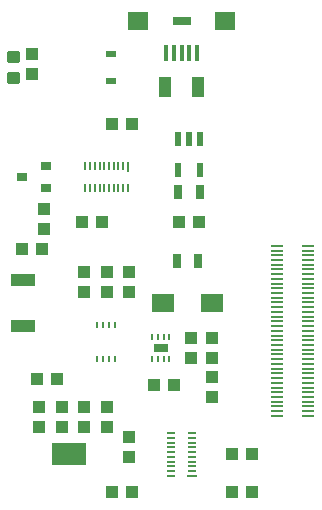
<source format=gbr>
G04 EAGLE Gerber RS-274X export*
G75*
%MOMM*%
%FSLAX34Y34*%
%LPD*%
%INSolderpaste Top*%
%IPPOS*%
%AMOC8*
5,1,8,0,0,1.08239X$1,22.5*%
G01*
%ADD10R,1.140000X0.200000*%
%ADD11R,1.000000X1.100000*%
%ADD12R,0.250000X0.601600*%
%ADD13R,1.000000X1.800000*%
%ADD14R,0.400000X1.400000*%
%ADD15R,1.800000X1.500000*%
%ADD16R,1.500000X0.700000*%
%ADD17C,0.300000*%
%ADD18R,0.800000X1.200000*%
%ADD19R,0.250000X0.500000*%
%ADD20R,1.300000X0.700000*%
%ADD21R,1.100000X1.000000*%
%ADD22R,1.900000X1.500000*%
%ADD23R,0.550000X1.200000*%
%ADD24R,2.000000X1.100000*%
%ADD25R,0.900000X0.800000*%
%ADD26R,0.830000X0.630000*%
%ADD27R,2.844800X1.981200*%
%ADD28R,0.200000X0.800000*%
%ADD29R,0.200000X0.900000*%
%ADD30R,0.800000X0.200000*%
%ADD31R,0.900000X0.200000*%


D10*
X259600Y229798D03*
X233200Y229798D03*
X259600Y225798D03*
X233200Y225798D03*
X259600Y221798D03*
X233200Y221798D03*
X259600Y217798D03*
X233200Y217798D03*
X259600Y213798D03*
X233200Y213798D03*
X259600Y209798D03*
X233200Y209798D03*
X259600Y205798D03*
X233200Y205798D03*
X259600Y201798D03*
X233200Y201798D03*
X259600Y197798D03*
X233200Y197798D03*
X259600Y193798D03*
X233200Y193798D03*
X259600Y189798D03*
X233200Y189798D03*
X259600Y185798D03*
X233200Y185798D03*
X259600Y181798D03*
X233200Y181798D03*
X259600Y177798D03*
X233200Y177798D03*
X259600Y173798D03*
X233200Y173798D03*
X259600Y169798D03*
X233200Y169798D03*
X259600Y165798D03*
X233200Y165798D03*
X259600Y161798D03*
X233200Y161798D03*
X259600Y157798D03*
X233200Y157798D03*
X259600Y153798D03*
X233200Y153798D03*
X259600Y149798D03*
X233200Y149798D03*
X259600Y145798D03*
X233200Y145798D03*
X259600Y141798D03*
X233200Y141798D03*
X259600Y137798D03*
X233200Y137798D03*
X259600Y133798D03*
X233200Y133798D03*
X259600Y129798D03*
X233200Y129798D03*
X259600Y125798D03*
X233200Y125798D03*
X259600Y121798D03*
X233200Y121798D03*
X259600Y117798D03*
X233200Y117798D03*
X259600Y113798D03*
X233200Y113798D03*
X259600Y109798D03*
X233200Y109798D03*
X259600Y105798D03*
X233200Y105798D03*
X259600Y101798D03*
X233200Y101798D03*
X259600Y97798D03*
X233200Y97798D03*
X259600Y93798D03*
X233200Y93798D03*
X259600Y89798D03*
X233200Y89798D03*
X259600Y233798D03*
X233200Y233798D03*
D11*
X31750Y97400D03*
X31750Y80400D03*
X50800Y97400D03*
X50800Y80400D03*
D12*
X96200Y166862D03*
X91200Y166862D03*
X86200Y166862D03*
X81200Y166862D03*
X96200Y138092D03*
X91200Y138092D03*
X86200Y138092D03*
X81200Y138092D03*
D11*
X69850Y97400D03*
X69850Y80400D03*
X88900Y194700D03*
X88900Y211700D03*
X69850Y194700D03*
X69850Y211700D03*
X88900Y97400D03*
X88900Y80400D03*
X107950Y211700D03*
X107950Y194700D03*
D13*
X166400Y368300D03*
X138400Y368300D03*
D14*
X152400Y397180D03*
X158900Y397180D03*
X165400Y397180D03*
X145900Y397180D03*
X139400Y397180D03*
D15*
X189240Y424180D03*
D16*
X152400Y424180D03*
D15*
X115560Y424180D03*
D11*
X25400Y378850D03*
X25400Y395850D03*
D17*
X13660Y390080D02*
X6660Y390080D01*
X6660Y397080D01*
X13660Y397080D01*
X13660Y390080D01*
X13660Y392930D02*
X6660Y392930D01*
X6660Y395780D02*
X13660Y395780D01*
X13660Y372540D02*
X6660Y372540D01*
X6660Y379540D01*
X13660Y379540D01*
X13660Y372540D01*
X13660Y375390D02*
X6660Y375390D01*
X6660Y378240D02*
X13660Y378240D01*
D18*
X166480Y220980D03*
X148480Y220980D03*
D19*
X132120Y137820D03*
X127120Y137820D03*
X142120Y137820D03*
X137120Y137820D03*
X137120Y156820D03*
X132120Y156820D03*
X127120Y156820D03*
X142120Y156820D03*
D20*
X134620Y147320D03*
D11*
X177800Y138820D03*
X177800Y155820D03*
X177800Y105800D03*
X177800Y122800D03*
X160020Y155820D03*
X160020Y138820D03*
D21*
X128660Y115570D03*
X145660Y115570D03*
D22*
X136980Y185420D03*
X177980Y185420D03*
D23*
X168250Y324151D03*
X158750Y324151D03*
X149250Y324151D03*
X149250Y298149D03*
X168250Y298149D03*
D18*
X167750Y279400D03*
X149750Y279400D03*
D21*
X167250Y254000D03*
X150250Y254000D03*
X93100Y336550D03*
X110100Y336550D03*
X84700Y254000D03*
X67700Y254000D03*
X194700Y57150D03*
X211700Y57150D03*
D11*
X107950Y55000D03*
X107950Y72000D03*
D21*
X194700Y25400D03*
X211700Y25400D03*
X110100Y25400D03*
X93100Y25400D03*
D24*
X17780Y204920D03*
X17780Y165920D03*
D21*
X16900Y231140D03*
X33900Y231140D03*
X46600Y120650D03*
X29600Y120650D03*
D25*
X37940Y282600D03*
X37940Y301600D03*
X16940Y292100D03*
D11*
X35560Y265040D03*
X35560Y248040D03*
D26*
X92710Y396310D03*
X92710Y373310D03*
D27*
X57150Y57150D03*
D28*
X106900Y283100D03*
X102900Y283100D03*
X98900Y283100D03*
X94900Y283100D03*
X90900Y283100D03*
X86900Y283100D03*
X82900Y283100D03*
X78900Y283100D03*
X74900Y283100D03*
X70900Y283100D03*
X102900Y301100D03*
X98900Y301100D03*
X94900Y301100D03*
X90900Y301100D03*
X86900Y301100D03*
X82900Y301100D03*
X78900Y301100D03*
X74900Y301100D03*
X70900Y301100D03*
D29*
X106900Y300600D03*
D30*
X143400Y39150D03*
X143400Y43150D03*
X143400Y47150D03*
X143400Y51150D03*
X143400Y55150D03*
X143400Y59150D03*
X143400Y63150D03*
X143400Y67150D03*
X143400Y71150D03*
X143400Y75150D03*
X161400Y43150D03*
X161400Y47150D03*
X161400Y51150D03*
X161400Y55150D03*
X161400Y59150D03*
X161400Y63150D03*
X161400Y67150D03*
X161400Y71150D03*
X161400Y75150D03*
D31*
X160900Y39150D03*
M02*

</source>
